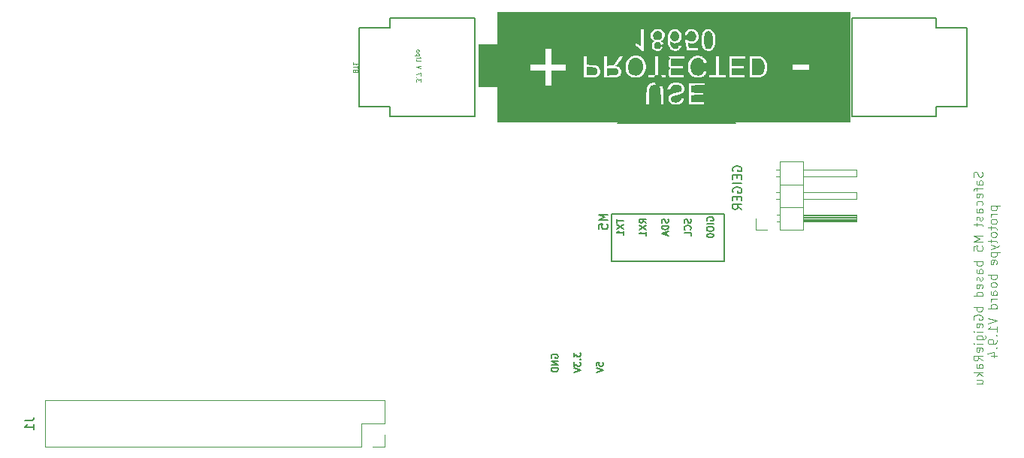
<source format=gbr>
G04 #@! TF.GenerationSoftware,KiCad,Pcbnew,5.99.0-unknown-51b9944~86~ubuntu18.04.1*
G04 #@! TF.CreationDate,2020-03-12T09:02:05+09:00*
G04 #@! TF.ProjectId,bGeigieRaku V2,62476569-6769-4655-9261-6b752056322e,rev?*
G04 #@! TF.SameCoordinates,Original*
G04 #@! TF.FileFunction,Legend,Bot*
G04 #@! TF.FilePolarity,Positive*
%FSLAX46Y46*%
G04 Gerber Fmt 4.6, Leading zero omitted, Abs format (unit mm)*
G04 Created by KiCad (PCBNEW 5.99.0-unknown-51b9944~86~ubuntu18.04.1) date 2020-03-12 09:02:05*
%MOMM*%
%LPD*%
G01*
G04 APERTURE LIST*
%ADD10C,0.100000*%
%ADD11C,0.200000*%
%ADD12C,0.150000*%
%ADD13C,0.120000*%
%ADD14C,0.203200*%
%ADD15C,0.300000*%
%ADD16C,0.050000*%
G04 APERTURE END LIST*
D10*
X208235361Y-89468666D02*
X208282980Y-89611523D01*
X208282980Y-89849619D01*
X208235361Y-89944857D01*
X208187742Y-89992476D01*
X208092504Y-90040095D01*
X207997266Y-90040095D01*
X207902028Y-89992476D01*
X207854409Y-89944857D01*
X207806790Y-89849619D01*
X207759171Y-89659142D01*
X207711552Y-89563904D01*
X207663933Y-89516285D01*
X207568695Y-89468666D01*
X207473457Y-89468666D01*
X207378219Y-89516285D01*
X207330600Y-89563904D01*
X207282980Y-89659142D01*
X207282980Y-89897238D01*
X207330600Y-90040095D01*
X208282980Y-90897238D02*
X207759171Y-90897238D01*
X207663933Y-90849619D01*
X207616314Y-90754380D01*
X207616314Y-90563904D01*
X207663933Y-90468666D01*
X208235361Y-90897238D02*
X208282980Y-90802000D01*
X208282980Y-90563904D01*
X208235361Y-90468666D01*
X208140123Y-90421047D01*
X208044885Y-90421047D01*
X207949647Y-90468666D01*
X207902028Y-90563904D01*
X207902028Y-90802000D01*
X207854409Y-90897238D01*
X207616314Y-91230571D02*
X207616314Y-91611523D01*
X208282980Y-91373428D02*
X207425838Y-91373428D01*
X207330600Y-91421047D01*
X207282980Y-91516285D01*
X207282980Y-91611523D01*
X208235361Y-92325809D02*
X208282980Y-92230571D01*
X208282980Y-92040095D01*
X208235361Y-91944857D01*
X208140123Y-91897238D01*
X207759171Y-91897238D01*
X207663933Y-91944857D01*
X207616314Y-92040095D01*
X207616314Y-92230571D01*
X207663933Y-92325809D01*
X207759171Y-92373428D01*
X207854409Y-92373428D01*
X207949647Y-91897238D01*
X208235361Y-93230571D02*
X208282980Y-93135333D01*
X208282980Y-92944857D01*
X208235361Y-92849619D01*
X208187742Y-92802000D01*
X208092504Y-92754380D01*
X207806790Y-92754380D01*
X207711552Y-92802000D01*
X207663933Y-92849619D01*
X207616314Y-92944857D01*
X207616314Y-93135333D01*
X207663933Y-93230571D01*
X208282980Y-94087714D02*
X207759171Y-94087714D01*
X207663933Y-94040095D01*
X207616314Y-93944857D01*
X207616314Y-93754380D01*
X207663933Y-93659142D01*
X208235361Y-94087714D02*
X208282980Y-93992476D01*
X208282980Y-93754380D01*
X208235361Y-93659142D01*
X208140123Y-93611523D01*
X208044885Y-93611523D01*
X207949647Y-93659142D01*
X207902028Y-93754380D01*
X207902028Y-93992476D01*
X207854409Y-94087714D01*
X208235361Y-94516285D02*
X208282980Y-94611523D01*
X208282980Y-94802000D01*
X208235361Y-94897238D01*
X208140123Y-94944857D01*
X208092504Y-94944857D01*
X207997266Y-94897238D01*
X207949647Y-94802000D01*
X207949647Y-94659142D01*
X207902028Y-94563904D01*
X207806790Y-94516285D01*
X207759171Y-94516285D01*
X207663933Y-94563904D01*
X207616314Y-94659142D01*
X207616314Y-94802000D01*
X207663933Y-94897238D01*
X207616314Y-95230571D02*
X207616314Y-95611523D01*
X207282980Y-95373428D02*
X208140123Y-95373428D01*
X208235361Y-95421047D01*
X208282980Y-95516285D01*
X208282980Y-95611523D01*
X208282980Y-96706761D02*
X207282980Y-96706761D01*
X207997266Y-97040095D01*
X207282980Y-97373428D01*
X208282980Y-97373428D01*
X207282980Y-98325809D02*
X207282980Y-97849619D01*
X207759171Y-97802000D01*
X207711552Y-97849619D01*
X207663933Y-97944857D01*
X207663933Y-98182952D01*
X207711552Y-98278190D01*
X207759171Y-98325809D01*
X207854409Y-98373428D01*
X208092504Y-98373428D01*
X208187742Y-98325809D01*
X208235361Y-98278190D01*
X208282980Y-98182952D01*
X208282980Y-97944857D01*
X208235361Y-97849619D01*
X208187742Y-97802000D01*
X208282980Y-99563904D02*
X207282980Y-99563904D01*
X207663933Y-99563904D02*
X207616314Y-99659142D01*
X207616314Y-99849619D01*
X207663933Y-99944857D01*
X207711552Y-99992476D01*
X207806790Y-100040095D01*
X208092504Y-100040095D01*
X208187742Y-99992476D01*
X208235361Y-99944857D01*
X208282980Y-99849619D01*
X208282980Y-99659142D01*
X208235361Y-99563904D01*
X208282980Y-100897238D02*
X207759171Y-100897238D01*
X207663933Y-100849619D01*
X207616314Y-100754380D01*
X207616314Y-100563904D01*
X207663933Y-100468666D01*
X208235361Y-100897238D02*
X208282980Y-100802000D01*
X208282980Y-100563904D01*
X208235361Y-100468666D01*
X208140123Y-100421047D01*
X208044885Y-100421047D01*
X207949647Y-100468666D01*
X207902028Y-100563904D01*
X207902028Y-100802000D01*
X207854409Y-100897238D01*
X208235361Y-101325809D02*
X208282980Y-101421047D01*
X208282980Y-101611523D01*
X208235361Y-101706761D01*
X208140123Y-101754380D01*
X208092504Y-101754380D01*
X207997266Y-101706761D01*
X207949647Y-101611523D01*
X207949647Y-101468666D01*
X207902028Y-101373428D01*
X207806790Y-101325809D01*
X207759171Y-101325809D01*
X207663933Y-101373428D01*
X207616314Y-101468666D01*
X207616314Y-101611523D01*
X207663933Y-101706761D01*
X208235361Y-102563904D02*
X208282980Y-102468666D01*
X208282980Y-102278190D01*
X208235361Y-102182952D01*
X208140123Y-102135333D01*
X207759171Y-102135333D01*
X207663933Y-102182952D01*
X207616314Y-102278190D01*
X207616314Y-102468666D01*
X207663933Y-102563904D01*
X207759171Y-102611523D01*
X207854409Y-102611523D01*
X207949647Y-102135333D01*
X208282980Y-103468666D02*
X207282980Y-103468666D01*
X208235361Y-103468666D02*
X208282980Y-103373428D01*
X208282980Y-103182952D01*
X208235361Y-103087714D01*
X208187742Y-103040095D01*
X208092504Y-102992476D01*
X207806790Y-102992476D01*
X207711552Y-103040095D01*
X207663933Y-103087714D01*
X207616314Y-103182952D01*
X207616314Y-103373428D01*
X207663933Y-103468666D01*
X208282980Y-104706761D02*
X207282980Y-104706761D01*
X207663933Y-104706761D02*
X207616314Y-104802000D01*
X207616314Y-104992476D01*
X207663933Y-105087714D01*
X207711552Y-105135333D01*
X207806790Y-105182952D01*
X208092504Y-105182952D01*
X208187742Y-105135333D01*
X208235361Y-105087714D01*
X208282980Y-104992476D01*
X208282980Y-104802000D01*
X208235361Y-104706761D01*
X207330600Y-106135333D02*
X207282980Y-106040095D01*
X207282980Y-105897238D01*
X207330600Y-105754380D01*
X207425838Y-105659142D01*
X207521076Y-105611523D01*
X207711552Y-105563904D01*
X207854409Y-105563904D01*
X208044885Y-105611523D01*
X208140123Y-105659142D01*
X208235361Y-105754380D01*
X208282980Y-105897238D01*
X208282980Y-105992476D01*
X208235361Y-106135333D01*
X208187742Y-106182952D01*
X207854409Y-106182952D01*
X207854409Y-105992476D01*
X208235361Y-106992476D02*
X208282980Y-106897238D01*
X208282980Y-106706761D01*
X208235361Y-106611523D01*
X208140123Y-106563904D01*
X207759171Y-106563904D01*
X207663933Y-106611523D01*
X207616314Y-106706761D01*
X207616314Y-106897238D01*
X207663933Y-106992476D01*
X207759171Y-107040095D01*
X207854409Y-107040095D01*
X207949647Y-106563904D01*
X208282980Y-107468666D02*
X207616314Y-107468666D01*
X207282980Y-107468666D02*
X207330600Y-107421047D01*
X207378219Y-107468666D01*
X207330600Y-107516285D01*
X207282980Y-107468666D01*
X207378219Y-107468666D01*
X207616314Y-108373428D02*
X208425838Y-108373428D01*
X208521076Y-108325809D01*
X208568695Y-108278190D01*
X208616314Y-108182952D01*
X208616314Y-108040095D01*
X208568695Y-107944857D01*
X208235361Y-108373428D02*
X208282980Y-108278190D01*
X208282980Y-108087714D01*
X208235361Y-107992476D01*
X208187742Y-107944857D01*
X208092504Y-107897238D01*
X207806790Y-107897238D01*
X207711552Y-107944857D01*
X207663933Y-107992476D01*
X207616314Y-108087714D01*
X207616314Y-108278190D01*
X207663933Y-108373428D01*
X208282980Y-108849619D02*
X207616314Y-108849619D01*
X207282980Y-108849619D02*
X207330600Y-108802000D01*
X207378219Y-108849619D01*
X207330600Y-108897238D01*
X207282980Y-108849619D01*
X207378219Y-108849619D01*
X208235361Y-109706761D02*
X208282980Y-109611523D01*
X208282980Y-109421047D01*
X208235361Y-109325809D01*
X208140123Y-109278190D01*
X207759171Y-109278190D01*
X207663933Y-109325809D01*
X207616314Y-109421047D01*
X207616314Y-109611523D01*
X207663933Y-109706761D01*
X207759171Y-109754380D01*
X207854409Y-109754380D01*
X207949647Y-109278190D01*
X208282980Y-110754380D02*
X207806790Y-110421047D01*
X208282980Y-110182952D02*
X207282980Y-110182952D01*
X207282980Y-110563904D01*
X207330600Y-110659142D01*
X207378219Y-110706761D01*
X207473457Y-110754380D01*
X207616314Y-110754380D01*
X207711552Y-110706761D01*
X207759171Y-110659142D01*
X207806790Y-110563904D01*
X207806790Y-110182952D01*
X208282980Y-111611523D02*
X207759171Y-111611523D01*
X207663933Y-111563904D01*
X207616314Y-111468666D01*
X207616314Y-111278190D01*
X207663933Y-111182952D01*
X208235361Y-111611523D02*
X208282980Y-111516285D01*
X208282980Y-111278190D01*
X208235361Y-111182952D01*
X208140123Y-111135333D01*
X208044885Y-111135333D01*
X207949647Y-111182952D01*
X207902028Y-111278190D01*
X207902028Y-111516285D01*
X207854409Y-111611523D01*
X208282980Y-112087714D02*
X207282980Y-112087714D01*
X207902028Y-112182952D02*
X208282980Y-112468666D01*
X207616314Y-112468666D02*
X207997266Y-112087714D01*
X207616314Y-113325809D02*
X208282980Y-113325809D01*
X207616314Y-112897238D02*
X208140123Y-112897238D01*
X208235361Y-112944857D01*
X208282980Y-113040095D01*
X208282980Y-113182952D01*
X208235361Y-113278190D01*
X208187742Y-113325809D01*
X209226314Y-93325809D02*
X210226314Y-93325809D01*
X209273933Y-93325809D02*
X209226314Y-93421047D01*
X209226314Y-93611523D01*
X209273933Y-93706761D01*
X209321552Y-93754380D01*
X209416790Y-93802000D01*
X209702504Y-93802000D01*
X209797742Y-93754380D01*
X209845361Y-93706761D01*
X209892980Y-93611523D01*
X209892980Y-93421047D01*
X209845361Y-93325809D01*
X209892980Y-94230571D02*
X209226314Y-94230571D01*
X209416790Y-94230571D02*
X209321552Y-94278190D01*
X209273933Y-94325809D01*
X209226314Y-94421047D01*
X209226314Y-94516285D01*
X209892980Y-94992476D02*
X209845361Y-94897238D01*
X209797742Y-94849619D01*
X209702504Y-94802000D01*
X209416790Y-94802000D01*
X209321552Y-94849619D01*
X209273933Y-94897238D01*
X209226314Y-94992476D01*
X209226314Y-95135333D01*
X209273933Y-95230571D01*
X209321552Y-95278190D01*
X209416790Y-95325809D01*
X209702504Y-95325809D01*
X209797742Y-95278190D01*
X209845361Y-95230571D01*
X209892980Y-95135333D01*
X209892980Y-94992476D01*
X209226314Y-95611523D02*
X209226314Y-95992476D01*
X208892980Y-95754380D02*
X209750123Y-95754380D01*
X209845361Y-95802000D01*
X209892980Y-95897238D01*
X209892980Y-95992476D01*
X209892980Y-96468666D02*
X209845361Y-96373428D01*
X209797742Y-96325809D01*
X209702504Y-96278190D01*
X209416790Y-96278190D01*
X209321552Y-96325809D01*
X209273933Y-96373428D01*
X209226314Y-96468666D01*
X209226314Y-96611523D01*
X209273933Y-96706761D01*
X209321552Y-96754380D01*
X209416790Y-96802000D01*
X209702504Y-96802000D01*
X209797742Y-96754380D01*
X209845361Y-96706761D01*
X209892980Y-96611523D01*
X209892980Y-96468666D01*
X209226314Y-97087714D02*
X209226314Y-97468666D01*
X208892980Y-97230571D02*
X209750123Y-97230571D01*
X209845361Y-97278190D01*
X209892980Y-97373428D01*
X209892980Y-97468666D01*
X209226314Y-97706761D02*
X209892980Y-97944857D01*
X209226314Y-98182952D02*
X209892980Y-97944857D01*
X210131076Y-97849619D01*
X210178695Y-97802000D01*
X210226314Y-97706761D01*
X209226314Y-98563904D02*
X210226314Y-98563904D01*
X209273933Y-98563904D02*
X209226314Y-98659142D01*
X209226314Y-98849619D01*
X209273933Y-98944857D01*
X209321552Y-98992476D01*
X209416790Y-99040095D01*
X209702504Y-99040095D01*
X209797742Y-98992476D01*
X209845361Y-98944857D01*
X209892980Y-98849619D01*
X209892980Y-98659142D01*
X209845361Y-98563904D01*
X209845361Y-99849619D02*
X209892980Y-99754380D01*
X209892980Y-99563904D01*
X209845361Y-99468666D01*
X209750123Y-99421047D01*
X209369171Y-99421047D01*
X209273933Y-99468666D01*
X209226314Y-99563904D01*
X209226314Y-99754380D01*
X209273933Y-99849619D01*
X209369171Y-99897238D01*
X209464409Y-99897238D01*
X209559647Y-99421047D01*
X209892980Y-101087714D02*
X208892980Y-101087714D01*
X209273933Y-101087714D02*
X209226314Y-101182952D01*
X209226314Y-101373428D01*
X209273933Y-101468666D01*
X209321552Y-101516285D01*
X209416790Y-101563904D01*
X209702504Y-101563904D01*
X209797742Y-101516285D01*
X209845361Y-101468666D01*
X209892980Y-101373428D01*
X209892980Y-101182952D01*
X209845361Y-101087714D01*
X209892980Y-102135333D02*
X209845361Y-102040095D01*
X209797742Y-101992476D01*
X209702504Y-101944857D01*
X209416790Y-101944857D01*
X209321552Y-101992476D01*
X209273933Y-102040095D01*
X209226314Y-102135333D01*
X209226314Y-102278190D01*
X209273933Y-102373428D01*
X209321552Y-102421047D01*
X209416790Y-102468666D01*
X209702504Y-102468666D01*
X209797742Y-102421047D01*
X209845361Y-102373428D01*
X209892980Y-102278190D01*
X209892980Y-102135333D01*
X209892980Y-103325809D02*
X209369171Y-103325809D01*
X209273933Y-103278190D01*
X209226314Y-103182952D01*
X209226314Y-102992476D01*
X209273933Y-102897238D01*
X209845361Y-103325809D02*
X209892980Y-103230571D01*
X209892980Y-102992476D01*
X209845361Y-102897238D01*
X209750123Y-102849619D01*
X209654885Y-102849619D01*
X209559647Y-102897238D01*
X209512028Y-102992476D01*
X209512028Y-103230571D01*
X209464409Y-103325809D01*
X209892980Y-103802000D02*
X209226314Y-103802000D01*
X209416790Y-103802000D02*
X209321552Y-103849619D01*
X209273933Y-103897238D01*
X209226314Y-103992476D01*
X209226314Y-104087714D01*
X209892980Y-104849619D02*
X208892980Y-104849619D01*
X209845361Y-104849619D02*
X209892980Y-104754380D01*
X209892980Y-104563904D01*
X209845361Y-104468666D01*
X209797742Y-104421047D01*
X209702504Y-104373428D01*
X209416790Y-104373428D01*
X209321552Y-104421047D01*
X209273933Y-104468666D01*
X209226314Y-104563904D01*
X209226314Y-104754380D01*
X209273933Y-104849619D01*
X208892980Y-105944857D02*
X209892980Y-106278190D01*
X208892980Y-106611523D01*
X209892980Y-107468666D02*
X209892980Y-106897238D01*
X209892980Y-107182952D02*
X208892980Y-107182952D01*
X209035838Y-107087714D01*
X209131076Y-106992476D01*
X209178695Y-106897238D01*
X209797742Y-107897238D02*
X209845361Y-107944857D01*
X209892980Y-107897238D01*
X209845361Y-107849619D01*
X209797742Y-107897238D01*
X209892980Y-107897238D01*
X209892980Y-108421047D02*
X209892980Y-108611523D01*
X209845361Y-108706761D01*
X209797742Y-108754380D01*
X209654885Y-108849619D01*
X209464409Y-108897238D01*
X209083457Y-108897238D01*
X208988219Y-108849619D01*
X208940600Y-108802000D01*
X208892980Y-108706761D01*
X208892980Y-108516285D01*
X208940600Y-108421047D01*
X208988219Y-108373428D01*
X209083457Y-108325809D01*
X209321552Y-108325809D01*
X209416790Y-108373428D01*
X209464409Y-108421047D01*
X209512028Y-108516285D01*
X209512028Y-108706761D01*
X209464409Y-108802000D01*
X209416790Y-108849619D01*
X209321552Y-108897238D01*
X209797742Y-109325809D02*
X209845361Y-109373428D01*
X209892980Y-109325809D01*
X209845361Y-109278190D01*
X209797742Y-109325809D01*
X209892980Y-109325809D01*
X209226314Y-110230571D02*
X209892980Y-110230571D01*
X208845361Y-109992476D02*
X209559647Y-109754380D01*
X209559647Y-110373428D01*
D11*
X166471600Y-94182000D02*
X166471600Y-99516000D01*
X166471600Y-99516000D02*
X179171600Y-99516000D01*
X179171600Y-99516000D02*
X179171600Y-94182000D01*
X179171600Y-94182000D02*
X166471600Y-94182000D01*
D12*
X167076885Y-94777428D02*
X167076885Y-95206000D01*
X167826885Y-94991714D02*
X167076885Y-94991714D01*
X167076885Y-95384571D02*
X167826885Y-95884571D01*
X167076885Y-95884571D02*
X167826885Y-95384571D01*
X167826885Y-96563142D02*
X167826885Y-96134571D01*
X167826885Y-96348857D02*
X167076885Y-96348857D01*
X167184028Y-96277428D01*
X167255457Y-96206000D01*
X167291171Y-96134571D01*
X170366885Y-95223857D02*
X170009742Y-94973857D01*
X170366885Y-94795285D02*
X169616885Y-94795285D01*
X169616885Y-95081000D01*
X169652600Y-95152428D01*
X169688314Y-95188142D01*
X169759742Y-95223857D01*
X169866885Y-95223857D01*
X169938314Y-95188142D01*
X169974028Y-95152428D01*
X170009742Y-95081000D01*
X170009742Y-94795285D01*
X169616885Y-95473857D02*
X170366885Y-95973857D01*
X169616885Y-95973857D02*
X170366885Y-95473857D01*
X170366885Y-96652428D02*
X170366885Y-96223857D01*
X170366885Y-96438142D02*
X169616885Y-96438142D01*
X169724028Y-96366714D01*
X169795457Y-96295285D01*
X169831171Y-96223857D01*
X172871171Y-94795284D02*
X172906885Y-94902427D01*
X172906885Y-95080999D01*
X172871171Y-95152427D01*
X172835457Y-95188141D01*
X172764028Y-95223856D01*
X172692600Y-95223856D01*
X172621171Y-95188141D01*
X172585457Y-95152427D01*
X172549742Y-95080999D01*
X172514028Y-94938141D01*
X172478314Y-94866713D01*
X172442600Y-94830999D01*
X172371171Y-94795284D01*
X172299742Y-94795284D01*
X172228314Y-94830999D01*
X172192600Y-94866713D01*
X172156885Y-94938141D01*
X172156885Y-95116713D01*
X172192600Y-95223856D01*
X172906885Y-95545284D02*
X172156885Y-95545284D01*
X172156885Y-95723856D01*
X172192600Y-95830999D01*
X172264028Y-95902427D01*
X172335457Y-95938141D01*
X172478314Y-95973856D01*
X172585457Y-95973856D01*
X172728314Y-95938141D01*
X172799742Y-95902427D01*
X172871171Y-95830999D01*
X172906885Y-95723856D01*
X172906885Y-95545284D01*
X172692600Y-96259570D02*
X172692600Y-96616713D01*
X172906885Y-96188141D02*
X172156885Y-96438141D01*
X172906885Y-96688141D01*
X175411171Y-94813141D02*
X175446885Y-94920284D01*
X175446885Y-95098856D01*
X175411171Y-95170284D01*
X175375457Y-95205999D01*
X175304028Y-95241713D01*
X175232600Y-95241713D01*
X175161171Y-95205999D01*
X175125457Y-95170284D01*
X175089742Y-95098856D01*
X175054028Y-94955999D01*
X175018314Y-94884570D01*
X174982600Y-94848856D01*
X174911171Y-94813141D01*
X174839742Y-94813141D01*
X174768314Y-94848856D01*
X174732600Y-94884570D01*
X174696885Y-94955999D01*
X174696885Y-95134570D01*
X174732600Y-95241713D01*
X175375457Y-95991713D02*
X175411171Y-95955999D01*
X175446885Y-95848856D01*
X175446885Y-95777427D01*
X175411171Y-95670284D01*
X175339742Y-95598856D01*
X175268314Y-95563141D01*
X175125457Y-95527427D01*
X175018314Y-95527427D01*
X174875457Y-95563141D01*
X174804028Y-95598856D01*
X174732600Y-95670284D01*
X174696885Y-95777427D01*
X174696885Y-95848856D01*
X174732600Y-95955999D01*
X174768314Y-95991713D01*
X175446885Y-96670284D02*
X175446885Y-96313141D01*
X174696885Y-96313141D01*
X177272600Y-94973856D02*
X177236885Y-94902427D01*
X177236885Y-94795284D01*
X177272600Y-94688141D01*
X177344028Y-94616713D01*
X177415457Y-94580999D01*
X177558314Y-94545284D01*
X177665457Y-94545284D01*
X177808314Y-94580999D01*
X177879742Y-94616713D01*
X177951171Y-94688141D01*
X177986885Y-94795284D01*
X177986885Y-94866713D01*
X177951171Y-94973856D01*
X177915457Y-95009570D01*
X177665457Y-95009570D01*
X177665457Y-94866713D01*
X177986885Y-95330999D02*
X177236885Y-95330999D01*
X177236885Y-95830999D02*
X177236885Y-95973856D01*
X177272600Y-96045284D01*
X177344028Y-96116713D01*
X177486885Y-96152427D01*
X177736885Y-96152427D01*
X177879742Y-96116713D01*
X177951171Y-96045284D01*
X177986885Y-95973856D01*
X177986885Y-95830999D01*
X177951171Y-95759570D01*
X177879742Y-95688141D01*
X177736885Y-95652427D01*
X177486885Y-95652427D01*
X177344028Y-95688141D01*
X177272600Y-95759570D01*
X177236885Y-95830999D01*
X177236885Y-96616713D02*
X177236885Y-96688141D01*
X177272600Y-96759570D01*
X177308314Y-96795284D01*
X177379742Y-96830999D01*
X177522600Y-96866713D01*
X177701171Y-96866713D01*
X177844028Y-96830999D01*
X177915457Y-96795284D01*
X177951171Y-96759570D01*
X177986885Y-96688141D01*
X177986885Y-96616713D01*
X177951171Y-96545284D01*
X177915457Y-96509570D01*
X177844028Y-96473856D01*
X177701171Y-96438141D01*
X177522600Y-96438141D01*
X177379742Y-96473856D01*
X177308314Y-96509570D01*
X177272600Y-96545284D01*
X177236885Y-96616713D01*
X166034980Y-94261476D02*
X165034980Y-94261476D01*
X165749266Y-94594809D01*
X165034980Y-94928142D01*
X166034980Y-94928142D01*
X165034980Y-95880523D02*
X165034980Y-95404333D01*
X165511171Y-95356714D01*
X165463552Y-95404333D01*
X165415933Y-95499571D01*
X165415933Y-95737666D01*
X165463552Y-95832904D01*
X165511171Y-95880523D01*
X165606409Y-95928142D01*
X165844504Y-95928142D01*
X165939742Y-95880523D01*
X165987361Y-95832904D01*
X166034980Y-95737666D01*
X166034980Y-95499571D01*
X165987361Y-95404333D01*
X165939742Y-95356714D01*
X159746600Y-110445998D02*
X159710885Y-110374569D01*
X159710885Y-110267427D01*
X159746600Y-110160284D01*
X159818028Y-110088855D01*
X159889457Y-110053141D01*
X160032314Y-110017427D01*
X160139457Y-110017427D01*
X160282314Y-110053141D01*
X160353742Y-110088855D01*
X160425171Y-110160284D01*
X160460885Y-110267427D01*
X160460885Y-110338855D01*
X160425171Y-110445998D01*
X160389457Y-110481712D01*
X160139457Y-110481712D01*
X160139457Y-110338855D01*
X160460885Y-110803141D02*
X159710885Y-110803141D01*
X160460885Y-111231712D01*
X159710885Y-111231712D01*
X160460885Y-111588855D02*
X159710885Y-111588855D01*
X159710885Y-111767427D01*
X159746600Y-111874569D01*
X159818028Y-111945998D01*
X159889457Y-111981712D01*
X160032314Y-112017427D01*
X160139457Y-112017427D01*
X160282314Y-111981712D01*
X160353742Y-111945998D01*
X160425171Y-111874569D01*
X160460885Y-111767427D01*
X160460885Y-111588855D01*
X162250885Y-109838855D02*
X162250885Y-110303140D01*
X162536600Y-110053140D01*
X162536600Y-110160283D01*
X162572314Y-110231712D01*
X162608028Y-110267426D01*
X162679457Y-110303140D01*
X162858028Y-110303140D01*
X162929457Y-110267426D01*
X162965171Y-110231712D01*
X163000885Y-110160283D01*
X163000885Y-109945998D01*
X162965171Y-109874569D01*
X162929457Y-109838855D01*
X162929457Y-110624569D02*
X162965171Y-110660283D01*
X163000885Y-110624569D01*
X162965171Y-110588855D01*
X162929457Y-110624569D01*
X163000885Y-110624569D01*
X162250885Y-110910283D02*
X162250885Y-111374569D01*
X162536600Y-111124569D01*
X162536600Y-111231712D01*
X162572314Y-111303140D01*
X162608028Y-111338855D01*
X162679457Y-111374569D01*
X162858028Y-111374569D01*
X162929457Y-111338855D01*
X162965171Y-111303140D01*
X163000885Y-111231712D01*
X163000885Y-111017426D01*
X162965171Y-110945998D01*
X162929457Y-110910283D01*
X162250885Y-111588855D02*
X163000885Y-111838855D01*
X162250885Y-112088855D01*
X164790885Y-111338854D02*
X164790885Y-110981712D01*
X165148028Y-110945997D01*
X165112314Y-110981712D01*
X165076600Y-111053140D01*
X165076600Y-111231712D01*
X165112314Y-111303140D01*
X165148028Y-111338854D01*
X165219457Y-111374569D01*
X165398028Y-111374569D01*
X165469457Y-111338854D01*
X165505171Y-111303140D01*
X165540885Y-111231712D01*
X165540885Y-111053140D01*
X165505171Y-110981712D01*
X165469457Y-110945997D01*
X164790885Y-111588854D02*
X165540885Y-111838854D01*
X164790885Y-112088854D01*
G36*
X180432236Y-83878945D02*
G01*
X180519014Y-83963786D01*
X180605791Y-84048626D01*
X166959247Y-84048626D01*
X167046024Y-83963786D01*
X167132802Y-83878945D01*
X166308158Y-83878143D01*
X163965874Y-83875866D01*
X160368143Y-83872369D01*
X159738120Y-83871756D01*
X153603485Y-83865793D01*
X153603485Y-81855821D01*
X170414996Y-81855821D01*
X170725206Y-81855821D01*
X170733256Y-80931802D01*
X170733839Y-80866012D01*
X170736182Y-80632025D01*
X170738734Y-80443641D01*
X170741788Y-80295569D01*
X170745636Y-80182517D01*
X170750569Y-80099193D01*
X170756879Y-80040305D01*
X170764858Y-80000562D01*
X170774797Y-79974672D01*
X170786990Y-79957342D01*
X170816603Y-79917953D01*
X170832673Y-79879029D01*
X170836230Y-79868106D01*
X170867783Y-79826029D01*
X170921366Y-79773284D01*
X170939046Y-79759058D01*
X171050095Y-79702001D01*
X171192026Y-79665583D01*
X171350425Y-79650396D01*
X171510880Y-79657030D01*
X171658978Y-79686074D01*
X171780304Y-79738119D01*
X171823483Y-79768345D01*
X171876327Y-79820259D01*
X171919841Y-79886857D01*
X171954859Y-79972822D01*
X171982215Y-80082836D01*
X172002744Y-80221581D01*
X172017281Y-80393739D01*
X172026660Y-80603993D01*
X172031715Y-80857025D01*
X172033281Y-81157517D01*
X172033495Y-81855821D01*
X172325265Y-81855821D01*
X172313664Y-80948678D01*
X172311883Y-80817565D01*
X172307911Y-80581559D01*
X172303363Y-80390221D01*
X172297988Y-80238462D01*
X172291534Y-80121190D01*
X172290754Y-80112384D01*
X172790535Y-80112384D01*
X172792653Y-80144741D01*
X172808370Y-80169655D01*
X172850596Y-80182160D01*
X172932170Y-80189222D01*
X173073804Y-80198164D01*
X173089867Y-80090759D01*
X173092986Y-80073443D01*
X173142486Y-79954962D01*
X173233936Y-79846697D01*
X173358408Y-79755410D01*
X173506975Y-79687864D01*
X173670708Y-79650821D01*
X173686287Y-79649181D01*
X173810661Y-79645704D01*
X173940018Y-79655846D01*
X174060097Y-79677176D01*
X174156635Y-79707263D01*
X174215371Y-79743674D01*
X174251582Y-79775841D01*
X174290407Y-79793539D01*
X174293893Y-79793994D01*
X174325633Y-79822240D01*
X174362793Y-79883258D01*
X174398208Y-79961502D01*
X174424713Y-80041430D01*
X174435140Y-80107495D01*
X174435140Y-80107859D01*
X174428267Y-80162431D01*
X174411865Y-80185112D01*
X174393682Y-80198198D01*
X174372527Y-80243847D01*
X174336410Y-80307052D01*
X174255833Y-80375246D01*
X174143834Y-80432724D01*
X174011449Y-80472497D01*
X173932008Y-80490403D01*
X173859507Y-80510162D01*
X173821676Y-80524922D01*
X173804589Y-80532406D01*
X173743511Y-80551440D01*
X173651558Y-80576239D01*
X173541049Y-80603360D01*
X173467474Y-80621489D01*
X173374157Y-80647516D01*
X173310237Y-80669278D01*
X173286527Y-80683376D01*
X173273308Y-80700194D01*
X173227791Y-80721531D01*
X173147162Y-80756366D01*
X173038740Y-80845053D01*
X172958175Y-80966759D01*
X172909249Y-81112597D01*
X172895746Y-81273678D01*
X172921451Y-81441115D01*
X172921529Y-81441396D01*
X172964755Y-81527621D01*
X173041951Y-81622586D01*
X173139541Y-81713620D01*
X173243947Y-81788052D01*
X173341591Y-81833211D01*
X173353413Y-81836485D01*
X173469119Y-81856683D01*
X173613881Y-81867276D01*
X173771577Y-81868541D01*
X173926085Y-81860755D01*
X173966365Y-81855821D01*
X175166075Y-81855821D01*
X176941204Y-81855821D01*
X176941204Y-81594772D01*
X175477973Y-81594772D01*
X175485179Y-81196674D01*
X175492385Y-80798575D01*
X176164585Y-80791608D01*
X176836784Y-80784641D01*
X176836784Y-80551461D01*
X176164585Y-80544494D01*
X175492385Y-80537527D01*
X175492385Y-79702172D01*
X176242899Y-79695246D01*
X176993413Y-79688319D01*
X176993413Y-79454176D01*
X175166075Y-79454176D01*
X175166075Y-81855821D01*
X173966365Y-81855821D01*
X174061279Y-81844195D01*
X174161039Y-81819139D01*
X174210556Y-81798278D01*
X174277766Y-81762417D01*
X174313249Y-81732851D01*
X174341535Y-81704140D01*
X174398558Y-81672108D01*
X174443518Y-81643353D01*
X174485631Y-81586239D01*
X174507741Y-81541431D01*
X174550708Y-81482934D01*
X174561011Y-81469789D01*
X174589266Y-81406592D01*
X174608182Y-81325680D01*
X174624031Y-81210051D01*
X174503557Y-81191985D01*
X174420477Y-81182530D01*
X174366502Y-81190168D01*
X174337593Y-81223478D01*
X174320319Y-81289619D01*
X174310098Y-81324762D01*
X174275306Y-81396770D01*
X174228594Y-81467419D01*
X174180844Y-81521190D01*
X174142940Y-81542563D01*
X174131622Y-81544764D01*
X174081049Y-81563377D01*
X174011298Y-81594772D01*
X173960615Y-81613735D01*
X173869063Y-81634097D01*
X173768282Y-81645861D01*
X173673279Y-81648159D01*
X173599059Y-81640121D01*
X173560628Y-81620877D01*
X173542288Y-81606204D01*
X173491244Y-81594772D01*
X173481100Y-81594463D01*
X173385821Y-81569156D01*
X173293051Y-81513097D01*
X173226644Y-81440220D01*
X173213093Y-81411807D01*
X173191023Y-81324141D01*
X173183669Y-81224567D01*
X173191646Y-81133558D01*
X173215569Y-81071588D01*
X173232909Y-81052178D01*
X173291044Y-81007276D01*
X173376986Y-80963196D01*
X173496653Y-80917558D01*
X173655962Y-80867981D01*
X173860834Y-80812085D01*
X173937012Y-80792039D01*
X174097672Y-80747420D01*
X174220845Y-80707930D01*
X174316219Y-80669296D01*
X174393485Y-80627243D01*
X174462331Y-80577495D01*
X174532447Y-80515779D01*
X174613586Y-80409171D01*
X174667770Y-80269196D01*
X174689357Y-80113413D01*
X174676453Y-79955934D01*
X174643978Y-79860359D01*
X174627162Y-79810869D01*
X174612019Y-79784033D01*
X174537618Y-79687859D01*
X174440474Y-79595447D01*
X174336672Y-79520725D01*
X174242301Y-79477622D01*
X174217052Y-79470165D01*
X174151519Y-79443853D01*
X174116288Y-79418844D01*
X174108448Y-79413158D01*
X174058453Y-79401922D01*
X173974626Y-79394493D01*
X173869244Y-79390771D01*
X173754587Y-79390657D01*
X173642933Y-79394050D01*
X173546560Y-79400851D01*
X173477747Y-79410959D01*
X173448773Y-79424275D01*
X173436792Y-79439777D01*
X173392090Y-79454176D01*
X173354741Y-79459258D01*
X173275529Y-79485562D01*
X173190353Y-79526026D01*
X173117964Y-79571259D01*
X173077117Y-79611873D01*
X173053546Y-79642349D01*
X173013126Y-79663015D01*
X173007036Y-79664918D01*
X172974661Y-79698442D01*
X172930932Y-79765150D01*
X172883520Y-79853751D01*
X172873790Y-79874083D01*
X172831488Y-79972187D01*
X172801761Y-80057115D01*
X172790535Y-80112384D01*
X172290754Y-80112384D01*
X172283750Y-80033318D01*
X172274385Y-79969755D01*
X172263189Y-79925411D01*
X172250005Y-79889796D01*
X172219776Y-79828145D01*
X172194167Y-79799238D01*
X172183717Y-79793672D01*
X172164020Y-79755779D01*
X172146877Y-79720661D01*
X172099211Y-79664907D01*
X172033740Y-79601440D01*
X171963256Y-79541795D01*
X171900547Y-79497509D01*
X171858406Y-79480120D01*
X171856849Y-79480093D01*
X171801004Y-79466838D01*
X171733290Y-79436724D01*
X171708702Y-79426907D01*
X171630468Y-79410703D01*
X171524129Y-79399077D01*
X171403004Y-79392339D01*
X171280411Y-79390800D01*
X171169672Y-79394771D01*
X171084104Y-79404562D01*
X171037027Y-79420485D01*
X171027186Y-79427238D01*
X170970528Y-79454170D01*
X170895054Y-79480625D01*
X170889940Y-79482181D01*
X170760159Y-79548674D01*
X170645220Y-79658552D01*
X170550155Y-79804170D01*
X170479997Y-79977887D01*
X170439779Y-80172059D01*
X170433421Y-80251967D01*
X170427548Y-80376231D01*
X170422546Y-80534303D01*
X170418659Y-80716883D01*
X170416128Y-80914669D01*
X170415194Y-81118359D01*
X170414996Y-81855821D01*
X153603485Y-81855821D01*
X153603485Y-79950168D01*
X152593605Y-79950168D01*
X152415528Y-79950148D01*
X152191766Y-79949918D01*
X152011607Y-79949205D01*
X151869913Y-79947736D01*
X151761543Y-79945239D01*
X151681358Y-79941442D01*
X151624218Y-79936072D01*
X151584982Y-79928856D01*
X151558512Y-79919522D01*
X151539667Y-79907797D01*
X151523307Y-79893408D01*
X151462889Y-79836648D01*
X151462889Y-77339685D01*
X157362581Y-77339685D01*
X157362581Y-78018411D01*
X159033290Y-78018411D01*
X159033290Y-79715225D01*
X159738120Y-79715225D01*
X159738120Y-78018411D01*
X161356620Y-78018411D01*
X161356620Y-77339685D01*
X159738120Y-77339685D01*
X159738120Y-76399911D01*
X163366692Y-76399911D01*
X163366692Y-78827660D01*
X163965874Y-78827660D01*
X164055468Y-78827381D01*
X164223995Y-78825298D01*
X164373513Y-78821445D01*
X164495724Y-78816141D01*
X164582326Y-78809702D01*
X164625021Y-78802447D01*
X164638129Y-78797260D01*
X164710423Y-78773175D01*
X164794744Y-78749551D01*
X164908322Y-78704714D01*
X165027878Y-78609958D01*
X165130856Y-78467883D01*
X165154275Y-78424679D01*
X165184136Y-78349346D01*
X165199215Y-78264509D01*
X165204409Y-78148935D01*
X165203297Y-78044080D01*
X165192344Y-77959000D01*
X165165736Y-77878094D01*
X165117786Y-77776941D01*
X165109799Y-77761424D01*
X165063290Y-77679888D01*
X165022890Y-77622456D01*
X164996581Y-77600733D01*
X164981829Y-77597355D01*
X164950853Y-77564720D01*
X164926942Y-77531996D01*
X164864087Y-77496810D01*
X164762078Y-77468668D01*
X164617701Y-77446964D01*
X164427744Y-77431088D01*
X164188994Y-77420432D01*
X163693002Y-77404947D01*
X163678822Y-76399911D01*
X165663917Y-76399911D01*
X165663917Y-78827660D01*
X166308158Y-78827660D01*
X166530193Y-78826433D01*
X166723051Y-78822716D01*
X166875959Y-78816672D01*
X166984840Y-78808463D01*
X167045619Y-78798252D01*
X167151966Y-78764174D01*
X167251348Y-78728937D01*
X167320894Y-78696575D01*
X167371920Y-78660351D01*
X167415739Y-78613529D01*
X167463668Y-78549373D01*
X167521658Y-78454791D01*
X167580921Y-78286941D01*
X167589016Y-78116566D01*
X167546013Y-77948273D01*
X167451982Y-77786668D01*
X167389153Y-77712940D01*
X167313081Y-77654135D01*
X167214278Y-77611642D01*
X167154634Y-77589405D01*
X167138644Y-77581913D01*
X168052467Y-77581913D01*
X168057792Y-77752976D01*
X168076165Y-77900939D01*
X168112325Y-78049077D01*
X168205133Y-78277761D01*
X168336538Y-78471450D01*
X168506946Y-78630691D01*
X168716768Y-78756028D01*
X168746705Y-78770023D01*
X168819328Y-78800866D01*
X168885223Y-78820588D01*
X168959124Y-78831768D01*
X169055761Y-78836982D01*
X169189870Y-78838810D01*
X169253001Y-78838955D01*
X169378339Y-78836429D01*
X169468831Y-78828639D01*
X169536781Y-78814147D01*
X169594494Y-78791515D01*
X169608763Y-78784685D01*
X169702111Y-78740372D01*
X169787847Y-78700148D01*
X169878557Y-78646630D01*
X169969143Y-78566612D01*
X170623835Y-78566612D01*
X170623835Y-78827660D01*
X172555592Y-78827660D01*
X172894955Y-78827660D01*
X174643978Y-78827660D01*
X174643978Y-78566612D01*
X173208213Y-78566612D01*
X173208213Y-77783467D01*
X174539559Y-77783467D01*
X174539559Y-77727644D01*
X175095616Y-77727644D01*
X175099836Y-77783467D01*
X175100234Y-77785185D01*
X175109358Y-77832426D01*
X175123577Y-77913492D01*
X175139989Y-78011884D01*
X175142349Y-78026054D01*
X175159781Y-78114800D01*
X175176623Y-78177427D01*
X175189527Y-78201144D01*
X175195722Y-78204456D01*
X175221497Y-78240223D01*
X175253008Y-78302619D01*
X175303936Y-78388204D01*
X175384744Y-78488175D01*
X175480290Y-78585494D01*
X175576731Y-78666108D01*
X175660223Y-78715965D01*
X175661560Y-78716515D01*
X175753760Y-78756126D01*
X175844801Y-78797517D01*
X175853603Y-78801361D01*
X175936740Y-78823096D01*
X176050673Y-78837209D01*
X176181656Y-78843745D01*
X176315940Y-78842750D01*
X176439778Y-78834269D01*
X176539421Y-78818347D01*
X176601123Y-78795029D01*
X176658054Y-78763954D01*
X176714157Y-78749346D01*
X176743405Y-78741875D01*
X176808866Y-78698846D01*
X176886821Y-78626394D01*
X176940418Y-78566612D01*
X177463300Y-78566612D01*
X177463300Y-78827660D01*
X179368953Y-78827660D01*
X179368953Y-78566612D01*
X178559703Y-78566612D01*
X178559703Y-76399911D01*
X179760525Y-76399911D01*
X179760525Y-78827660D01*
X181509549Y-78827660D01*
X181509549Y-78566612D01*
X180073783Y-78566612D01*
X180073783Y-77783467D01*
X181405130Y-77783467D01*
X181405130Y-77522419D01*
X180073783Y-77522419D01*
X180073783Y-76660959D01*
X181561759Y-76660959D01*
X181561759Y-76399911D01*
X179760525Y-76399911D01*
X178559703Y-76399911D01*
X178272550Y-76399911D01*
X178272550Y-78566612D01*
X177463300Y-78566612D01*
X176940418Y-78566612D01*
X176969046Y-78534682D01*
X177047316Y-78433873D01*
X177113405Y-78334129D01*
X177159091Y-78245614D01*
X177176147Y-78178489D01*
X177163427Y-78168605D01*
X177111778Y-78151380D01*
X177033952Y-78134114D01*
X176891756Y-78108065D01*
X176849981Y-78217451D01*
X176821263Y-78273658D01*
X176758967Y-78361466D01*
X176684933Y-78442145D01*
X176590513Y-78515683D01*
X176441267Y-78582563D01*
X176268111Y-78607755D01*
X176065694Y-78592558D01*
X176052894Y-78590460D01*
X175884103Y-78548711D01*
X175750272Y-78481645D01*
X175638158Y-78380370D01*
X175534514Y-78235995D01*
X175481558Y-78130154D01*
X175430303Y-77949829D01*
X175406725Y-77731326D01*
X175410273Y-77471265D01*
X175415419Y-77393548D01*
X175426632Y-77281359D01*
X175443145Y-77196353D01*
X175468614Y-77122285D01*
X175506694Y-77042912D01*
X175541036Y-76980061D01*
X175613105Y-76871931D01*
X175694596Y-76788286D01*
X175796102Y-76721353D01*
X175928213Y-76663363D01*
X176101524Y-76606545D01*
X176153399Y-76592790D01*
X176217281Y-76586990D01*
X176264325Y-76603845D01*
X176299327Y-76621878D01*
X176346964Y-76635000D01*
X176439039Y-76648678D01*
X176566115Y-76703275D01*
X176686066Y-76790313D01*
X176785905Y-76899855D01*
X176852643Y-77021960D01*
X176876038Y-77083677D01*
X176910618Y-77153934D01*
X176949311Y-77187232D01*
X177004581Y-77191662D01*
X177088896Y-77175318D01*
X177223536Y-77143899D01*
X177160073Y-76986123D01*
X177116333Y-76895745D01*
X177039133Y-76774714D01*
X176948835Y-76661441D01*
X176856457Y-76569422D01*
X176773021Y-76512150D01*
X176698300Y-76475478D01*
X176614893Y-76431991D01*
X176600583Y-76425324D01*
X176517905Y-76403303D01*
X176468645Y-76396496D01*
X182031645Y-76396496D01*
X182031645Y-78827660D01*
X182593254Y-78827660D01*
X182651884Y-78827535D01*
X182815760Y-78825810D01*
X182960895Y-78822312D01*
X183078923Y-78817363D01*
X183161477Y-78811283D01*
X183200191Y-78804393D01*
X183236116Y-78789626D01*
X183311296Y-78764073D01*
X183402149Y-78736653D01*
X183463951Y-78717099D01*
X183543342Y-78680316D01*
X183617263Y-78625649D01*
X183704133Y-78541174D01*
X183759244Y-78479793D01*
X183843550Y-78365614D01*
X183897062Y-78263025D01*
X183915102Y-78216638D01*
X183944726Y-78147775D01*
X183965244Y-78109304D01*
X183969394Y-78101044D01*
X183983819Y-78048702D01*
X184000698Y-77963370D01*
X184017181Y-77858786D01*
X184028596Y-77730386D01*
X184030902Y-77584562D01*
X184024836Y-77436341D01*
X184017885Y-77365790D01*
X186887144Y-77365790D01*
X186887144Y-77940096D01*
X188714482Y-77940096D01*
X188714482Y-77365790D01*
X186887144Y-77365790D01*
X184017885Y-77365790D01*
X184011336Y-77299322D01*
X183991339Y-77187107D01*
X183965784Y-77113296D01*
X183951181Y-77084390D01*
X183918865Y-77013404D01*
X183882649Y-76928261D01*
X183876797Y-76914973D01*
X183828006Y-76832469D01*
X183758497Y-76741853D01*
X183678228Y-76653419D01*
X183597158Y-76577463D01*
X183525246Y-76524282D01*
X183472449Y-76504170D01*
X183470288Y-76504113D01*
X183416320Y-76490106D01*
X183349939Y-76458941D01*
X183349912Y-76458925D01*
X183317949Y-76444234D01*
X183274778Y-76432758D01*
X183213567Y-76423970D01*
X183127480Y-76417345D01*
X183009685Y-76412356D01*
X182853348Y-76408478D01*
X182651635Y-76405185D01*
X182031645Y-76396496D01*
X176468645Y-76396496D01*
X176402008Y-76387288D01*
X176267748Y-76377995D01*
X176184163Y-76376870D01*
X176129978Y-76376141D01*
X176003551Y-76382444D01*
X175903321Y-76397622D01*
X175814327Y-76423046D01*
X175618191Y-76514015D01*
X175445016Y-76649976D01*
X175413842Y-76682365D01*
X175341696Y-76772081D01*
X175279095Y-76868298D01*
X175234977Y-76956361D01*
X175218285Y-77021617D01*
X175216955Y-77032016D01*
X175195576Y-77052532D01*
X175182555Y-77067961D01*
X175162714Y-77122425D01*
X175143463Y-77202635D01*
X175130367Y-77281687D01*
X175116144Y-77397156D01*
X175104875Y-77519778D01*
X175097664Y-77634844D01*
X175095616Y-77727644D01*
X174539559Y-77727644D01*
X174539559Y-77522419D01*
X173208213Y-77522419D01*
X173208213Y-76660959D01*
X174696188Y-76660959D01*
X174696188Y-76399911D01*
X172894955Y-76399911D01*
X172894955Y-78827660D01*
X172555592Y-78827660D01*
X172555592Y-78567938D01*
X171733290Y-78553560D01*
X171726474Y-77476735D01*
X171719658Y-76399911D01*
X171406979Y-76399911D01*
X171406979Y-78566612D01*
X170623835Y-78566612D01*
X169969143Y-78566612D01*
X170007635Y-78532611D01*
X170123041Y-78387911D01*
X170215108Y-78225306D01*
X170274168Y-78057568D01*
X170274739Y-78055159D01*
X170299479Y-77957828D01*
X170322942Y-77876838D01*
X170340120Y-77829505D01*
X170342160Y-77824850D01*
X170353496Y-77770743D01*
X170360186Y-77689272D01*
X170362222Y-77596309D01*
X170359596Y-77507728D01*
X170352300Y-77439401D01*
X170340327Y-77407200D01*
X170333778Y-77399364D01*
X170316444Y-77351634D01*
X170302217Y-77279133D01*
X170296445Y-77242889D01*
X170271180Y-77131616D01*
X170237192Y-77021042D01*
X170200135Y-76928119D01*
X170165666Y-76869798D01*
X170110375Y-76808173D01*
X170101738Y-76799238D01*
X169968960Y-76661895D01*
X169842000Y-76552698D01*
X169719843Y-76475200D01*
X169592836Y-76424018D01*
X169451328Y-76393769D01*
X169285667Y-76379072D01*
X169275449Y-76378605D01*
X169116178Y-76377672D01*
X168967588Y-76387764D01*
X168840005Y-76407330D01*
X168743756Y-76434819D01*
X168689167Y-76468680D01*
X168670404Y-76486013D01*
X168625107Y-76504331D01*
X168612738Y-76507201D01*
X168561820Y-76538511D01*
X168492201Y-76596190D01*
X168414250Y-76670078D01*
X168338340Y-76750015D01*
X168274839Y-76825841D01*
X168234120Y-76887394D01*
X168223233Y-76908516D01*
X168184674Y-76978787D01*
X168155130Y-77026427D01*
X168149128Y-77035910D01*
X168122493Y-77094661D01*
X168096736Y-77171142D01*
X168078661Y-77252031D01*
X168059615Y-77408136D01*
X168052467Y-77581913D01*
X167138644Y-77581913D01*
X167096186Y-77562021D01*
X167073578Y-77543118D01*
X167073572Y-77542877D01*
X167050272Y-77528420D01*
X166995263Y-77522419D01*
X166965138Y-77521152D01*
X166923121Y-77507306D01*
X166930857Y-77480119D01*
X166988546Y-77441989D01*
X167007010Y-77431375D01*
X167076805Y-77381043D01*
X167146868Y-77319284D01*
X167164588Y-77300870D01*
X167222595Y-77232880D01*
X167288262Y-77148034D01*
X167353471Y-77057804D01*
X167410102Y-76973664D01*
X167450035Y-76907086D01*
X167465150Y-76869545D01*
X167466012Y-76863034D01*
X167491815Y-76843693D01*
X167519373Y-76822965D01*
X167549167Y-76771905D01*
X167566316Y-76737373D01*
X167611573Y-76660749D01*
X167666079Y-76579148D01*
X167701451Y-76526943D01*
X167738095Y-76464951D01*
X167752303Y-76429045D01*
X167741336Y-76416839D01*
X167685369Y-76404310D01*
X167587047Y-76399911D01*
X167421791Y-76399911D01*
X167339051Y-76515124D01*
X167306427Y-76561816D01*
X167270342Y-76617693D01*
X167256311Y-76645841D01*
X167251192Y-76657370D01*
X167222487Y-76704917D01*
X167174176Y-76779093D01*
X167112735Y-76869798D01*
X167075181Y-76925065D01*
X167020623Y-77008521D01*
X166983111Y-77070153D01*
X166969158Y-77099534D01*
X166966421Y-77106428D01*
X166937628Y-77145915D01*
X166884129Y-77208988D01*
X166814243Y-77285652D01*
X166806471Y-77293895D01*
X166728204Y-77371600D01*
X166656962Y-77426211D01*
X166580913Y-77461801D01*
X166488223Y-77482443D01*
X166367060Y-77492211D01*
X166205592Y-77495177D01*
X165977175Y-77496314D01*
X165977175Y-76399911D01*
X165663917Y-76399911D01*
X163678822Y-76399911D01*
X163366692Y-76399911D01*
X159738120Y-76399911D01*
X159738120Y-75616766D01*
X159033290Y-75616766D01*
X159033290Y-77339685D01*
X157362581Y-77339685D01*
X151462889Y-77339685D01*
X151462889Y-75120774D01*
X153603485Y-75120774D01*
X153603485Y-75095316D01*
X169214174Y-75095316D01*
X169214462Y-75127919D01*
X169220592Y-75194087D01*
X169239799Y-75229773D01*
X169278743Y-75251035D01*
X169280242Y-75251609D01*
X169388811Y-75308148D01*
X169515096Y-75397260D01*
X169647139Y-75508850D01*
X169772981Y-75632825D01*
X169880662Y-75759091D01*
X169900550Y-75783778D01*
X169961428Y-75836341D01*
X170026522Y-75851710D01*
X170101738Y-75851710D01*
X170101738Y-74111529D01*
X170898009Y-74111529D01*
X170925403Y-74284098D01*
X171004179Y-74451965D01*
X171060680Y-74524668D01*
X171146639Y-74601864D01*
X171237039Y-74656353D01*
X171316416Y-74676992D01*
X171332615Y-74678222D01*
X171353531Y-74696169D01*
X171331766Y-74731126D01*
X171269929Y-74777454D01*
X171184536Y-74835903D01*
X171094650Y-74924030D01*
X171042661Y-75023886D01*
X171020411Y-75147577D01*
X171022470Y-75303601D01*
X171061457Y-75470204D01*
X171138279Y-75606582D01*
X171250515Y-75708703D01*
X171395741Y-75772532D01*
X171441394Y-75785777D01*
X171511092Y-75810175D01*
X171549251Y-75829453D01*
X171583001Y-75843828D01*
X171653118Y-75850962D01*
X171730950Y-75845484D01*
X171792380Y-75827582D01*
X171813653Y-75818140D01*
X171882058Y-75794572D01*
X171966419Y-75770660D01*
X172012201Y-75756296D01*
X172144337Y-75681589D01*
X172250445Y-75570385D01*
X172318951Y-75433743D01*
X172330638Y-75398515D01*
X172357060Y-75330170D01*
X172377397Y-75291761D01*
X172395470Y-75250138D01*
X172392939Y-75170704D01*
X172361406Y-75079102D01*
X172329464Y-75010337D01*
X172297801Y-74934173D01*
X172294489Y-74926417D01*
X172241914Y-74863384D01*
X172150716Y-74804595D01*
X172106088Y-74781410D01*
X172046320Y-74746795D01*
X172017918Y-74725116D01*
X172021761Y-74714656D01*
X172059477Y-74686849D01*
X172096398Y-74668074D01*
X172799644Y-74668074D01*
X172802147Y-74789726D01*
X172809361Y-74880048D01*
X172821923Y-74948190D01*
X172840468Y-75003303D01*
X172851217Y-75033733D01*
X172872941Y-75109182D01*
X172895211Y-75199089D01*
X172906457Y-75245798D01*
X172947312Y-75372708D01*
X173002962Y-75477057D01*
X173084660Y-75581560D01*
X173122756Y-75618619D01*
X173211966Y-75683694D01*
X173315425Y-75741781D01*
X173415503Y-75783508D01*
X173494570Y-75799500D01*
X173523756Y-75803566D01*
X173560628Y-75825605D01*
X173592285Y-75843504D01*
X173651995Y-75851710D01*
X173707997Y-75844564D01*
X173743362Y-75825605D01*
X173761177Y-75811118D01*
X173811851Y-75799500D01*
X173871826Y-75792887D01*
X173992059Y-75746016D01*
X174109829Y-75661127D01*
X174214869Y-75546460D01*
X174296912Y-75410252D01*
X174298297Y-75407266D01*
X174328868Y-75326753D01*
X174324575Y-75279377D01*
X174279874Y-75256954D01*
X174189218Y-75251299D01*
X174111222Y-75252685D01*
X174065053Y-75262093D01*
X174042598Y-75287315D01*
X174029161Y-75336139D01*
X174003918Y-75401291D01*
X173933339Y-75492356D01*
X173837126Y-75564495D01*
X173731009Y-75603596D01*
X173633141Y-75613760D01*
X173501038Y-75598766D01*
X173386970Y-75543017D01*
X173284242Y-75442709D01*
X173186157Y-75294036D01*
X173183689Y-75289639D01*
X173139893Y-75203858D01*
X173112294Y-75124952D01*
X173095718Y-75033227D01*
X173084991Y-74908989D01*
X173082197Y-74858638D01*
X173079923Y-74765499D01*
X173082456Y-74701063D01*
X173089568Y-74676992D01*
X173116109Y-74692161D01*
X173169689Y-74733870D01*
X173237995Y-74792813D01*
X173298307Y-74842021D01*
X173452313Y-74925762D01*
X173619253Y-74959278D01*
X173802257Y-74943406D01*
X173861214Y-74928681D01*
X173941198Y-74900828D01*
X173990724Y-74873352D01*
X174022560Y-74849666D01*
X174063167Y-74833621D01*
X174071760Y-74832098D01*
X174116733Y-74800667D01*
X174173431Y-74737884D01*
X174232745Y-74656014D01*
X174285568Y-74567318D01*
X174322793Y-74484059D01*
X174353431Y-74352641D01*
X174365643Y-74180178D01*
X174354232Y-74003958D01*
X174352327Y-73995368D01*
X174713403Y-73995368D01*
X174714505Y-74012852D01*
X174752612Y-74021835D01*
X174835235Y-74024372D01*
X174980674Y-74024372D01*
X175060186Y-73857771D01*
X175061315Y-73855412D01*
X175107327Y-73770242D01*
X175151894Y-73705351D01*
X175185517Y-73674620D01*
X175231641Y-73654317D01*
X175296599Y-73619714D01*
X175355248Y-73594670D01*
X175477329Y-73580054D01*
X175612155Y-73601112D01*
X175744829Y-73656619D01*
X175781707Y-73678623D01*
X175851070Y-73731475D01*
X175903775Y-73797591D01*
X175955988Y-73895239D01*
X175990958Y-73972013D01*
X176016982Y-74050851D01*
X176025304Y-74128647D01*
X176020750Y-74230360D01*
X176016511Y-74268462D01*
X175994334Y-74372941D01*
X175960254Y-74475871D01*
X175919618Y-74564804D01*
X175877775Y-74627292D01*
X175840072Y-74650888D01*
X175836774Y-74651205D01*
X175795340Y-74668818D01*
X175737575Y-74705095D01*
X175659735Y-74742949D01*
X175536477Y-74763636D01*
X175401285Y-74755398D01*
X175269411Y-74721010D01*
X175156105Y-74663245D01*
X175076619Y-74584877D01*
X175065946Y-74569345D01*
X175034355Y-74539414D01*
X174989047Y-74530625D01*
X174911301Y-74537627D01*
X174870459Y-74543173D01*
X174808605Y-74552569D01*
X174781671Y-74558205D01*
X174780597Y-74572691D01*
X174786093Y-74628085D01*
X174797885Y-74712680D01*
X174813810Y-74813536D01*
X174831708Y-74917713D01*
X174849418Y-75012272D01*
X174864779Y-75084272D01*
X174875628Y-75120774D01*
X174887099Y-75157737D01*
X174904292Y-75235986D01*
X174924369Y-75342901D01*
X174944962Y-75466663D01*
X174992943Y-75773395D01*
X176184163Y-75773395D01*
X176184163Y-75538452D01*
X175701224Y-75538452D01*
X175645467Y-75538412D01*
X175487313Y-75537539D01*
X175372782Y-75535106D01*
X175295244Y-75530572D01*
X175248069Y-75523395D01*
X175224626Y-75513032D01*
X175218285Y-75498940D01*
X175214541Y-75471980D01*
X175192402Y-75414100D01*
X175192171Y-75413690D01*
X175176243Y-75367860D01*
X175157293Y-75288706D01*
X175137731Y-75190273D01*
X175119966Y-75086606D01*
X175106408Y-74991747D01*
X175099467Y-74919742D01*
X175101553Y-74884634D01*
X175111800Y-74881109D01*
X175157735Y-74891319D01*
X175224870Y-74919794D01*
X175252276Y-74932564D01*
X175330954Y-74958221D01*
X175427000Y-74971771D01*
X175557648Y-74976132D01*
X175585317Y-74976197D01*
X175692685Y-74973596D01*
X175769098Y-74963542D01*
X175832090Y-74942481D01*
X175899194Y-74906854D01*
X175960576Y-74866967D01*
X176085369Y-74759332D01*
X176182030Y-74637821D01*
X176183132Y-74635464D01*
X176640072Y-74635464D01*
X176645931Y-74833337D01*
X176659542Y-75018668D01*
X176680709Y-75178399D01*
X176709236Y-75299473D01*
X176764691Y-75424713D01*
X176851312Y-75553908D01*
X176955110Y-75664240D01*
X177066000Y-75745146D01*
X177173899Y-75786068D01*
X177197644Y-75790603D01*
X177262032Y-75808900D01*
X177295023Y-75827876D01*
X177296417Y-75829711D01*
X177334029Y-75845308D01*
X177398038Y-75851710D01*
X177404876Y-75851639D01*
X177467319Y-75844088D01*
X177501054Y-75827876D01*
X177507360Y-75821893D01*
X177553194Y-75802415D01*
X177623828Y-75785789D01*
X177725807Y-75747531D01*
X177835087Y-75671504D01*
X177938940Y-75568323D01*
X178024768Y-75448586D01*
X178057244Y-75378094D01*
X178092657Y-75271078D01*
X178118503Y-75159932D01*
X178119284Y-75155491D01*
X178138182Y-75061913D01*
X178157203Y-74989069D01*
X178172343Y-74952398D01*
X178177548Y-74938740D01*
X178185163Y-74880947D01*
X178190379Y-74790898D01*
X178193205Y-74680653D01*
X178193651Y-74562269D01*
X178191725Y-74447807D01*
X178187437Y-74349325D01*
X178180796Y-74278882D01*
X178171811Y-74248537D01*
X178160688Y-74228630D01*
X178144977Y-74168642D01*
X178131841Y-74085394D01*
X178128306Y-74059719D01*
X178088618Y-73905453D01*
X178022215Y-73752394D01*
X177937727Y-73617539D01*
X177843782Y-73517889D01*
X177749659Y-73454290D01*
X177589803Y-73391992D01*
X177409909Y-73374122D01*
X177204859Y-73399735D01*
X177111609Y-73427412D01*
X176972512Y-73506621D01*
X176857136Y-73628077D01*
X176763568Y-73794037D01*
X176689891Y-74006757D01*
X176670955Y-74097176D01*
X176652388Y-74254326D01*
X176642159Y-74438107D01*
X176640072Y-74635464D01*
X176183132Y-74635464D01*
X176239240Y-74515460D01*
X176248311Y-74485362D01*
X176272946Y-74416991D01*
X176292983Y-74378092D01*
X176297947Y-74369344D01*
X176308937Y-74315579D01*
X176313849Y-74235937D01*
X176312715Y-74149856D01*
X176305565Y-74076771D01*
X176292431Y-74036119D01*
X176282403Y-74019076D01*
X176259469Y-73960309D01*
X176235460Y-73880795D01*
X176207917Y-73807634D01*
X176128174Y-73682518D01*
X176017937Y-73566651D01*
X175890133Y-73472684D01*
X175757689Y-73413268D01*
X175728023Y-73405171D01*
X175538666Y-73375777D01*
X175350529Y-73381357D01*
X175177324Y-73420433D01*
X175032759Y-73491523D01*
X174968186Y-73544193D01*
X174876097Y-73646972D01*
X174802856Y-73760976D01*
X174761762Y-73867743D01*
X174760188Y-73874890D01*
X174739169Y-73945011D01*
X174716082Y-73991741D01*
X174713403Y-73995368D01*
X174352327Y-73995368D01*
X174319321Y-73846614D01*
X174254919Y-73709392D01*
X174141565Y-73570847D01*
X173996308Y-73464315D01*
X173827837Y-73395911D01*
X173644836Y-73371751D01*
X173614116Y-73372300D01*
X173422499Y-73401242D01*
X173248594Y-73470439D01*
X173100079Y-73574708D01*
X172984629Y-73708870D01*
X172909922Y-73867743D01*
X172890669Y-73927501D01*
X172861112Y-74009221D01*
X172837845Y-74062265D01*
X172836414Y-74065262D01*
X172825275Y-74115568D01*
X172815161Y-74204900D01*
X172807136Y-74321556D01*
X172802261Y-74453838D01*
X172801216Y-74505945D01*
X172799644Y-74668074D01*
X172096398Y-74668074D01*
X172125214Y-74653421D01*
X172261498Y-74575629D01*
X172365775Y-74469622D01*
X172432966Y-74332895D01*
X172467750Y-74158688D01*
X172471490Y-74106700D01*
X172455676Y-73918203D01*
X172394929Y-73750750D01*
X172293168Y-73608786D01*
X172154313Y-73496751D01*
X171982283Y-73419090D01*
X171780997Y-73380243D01*
X171596077Y-73379544D01*
X171398572Y-73417656D01*
X171228450Y-73496280D01*
X171089508Y-73613567D01*
X170985542Y-73767668D01*
X170921946Y-73932406D01*
X170898009Y-74111529D01*
X170101738Y-74111529D01*
X170101738Y-73397856D01*
X169814585Y-73397856D01*
X169814585Y-74355078D01*
X169814151Y-74571994D01*
X169812949Y-74771409D01*
X169811073Y-74947538D01*
X169808621Y-75094598D01*
X169805687Y-75206803D01*
X169802369Y-75278368D01*
X169798763Y-75303508D01*
X169789676Y-75300129D01*
X169747695Y-75273756D01*
X169687817Y-75229786D01*
X169665756Y-75213568D01*
X169595743Y-75167044D01*
X169508260Y-75113002D01*
X169415603Y-75058565D01*
X169330063Y-75010860D01*
X169263934Y-74977012D01*
X169229511Y-74964146D01*
X169223949Y-74973120D01*
X169216921Y-75020627D01*
X169214174Y-75095316D01*
X153603485Y-75095316D01*
X153603485Y-71413854D01*
X173501892Y-71420398D01*
X193400299Y-71426941D01*
X193413459Y-83865789D01*
X188714482Y-83870552D01*
X186922848Y-83872367D01*
X182593254Y-83876756D01*
X181509549Y-83877854D01*
X180432236Y-83878945D01*
G37*
G36*
X164261459Y-77653996D02*
G01*
X164395385Y-77657969D01*
X164493418Y-77665553D01*
X164564051Y-77677427D01*
X164615778Y-77694273D01*
X164631355Y-77701043D01*
X164715917Y-77739359D01*
X164766534Y-77767790D01*
X164795856Y-77794818D01*
X164816529Y-77828929D01*
X164837062Y-77865008D01*
X164878227Y-77923977D01*
X164892498Y-77951516D01*
X164904166Y-78027940D01*
X164902434Y-78149095D01*
X164901608Y-78163384D01*
X164893398Y-78258510D01*
X164878141Y-78321754D01*
X164849058Y-78371281D01*
X164799368Y-78425255D01*
X164756159Y-78464719D01*
X164700257Y-78502204D01*
X164633355Y-78529265D01*
X164547220Y-78547538D01*
X164433621Y-78558659D01*
X164284326Y-78564264D01*
X164091101Y-78565989D01*
X163679950Y-78566612D01*
X163679950Y-77652943D01*
X164100208Y-77652943D01*
X164261459Y-77653996D01*
G37*
G36*
X166574257Y-77757522D02*
G01*
X166739942Y-77759389D01*
X166865862Y-77764692D01*
X166960253Y-77775080D01*
X167031356Y-77792200D01*
X167087408Y-77817700D01*
X167136647Y-77853227D01*
X167187314Y-77900429D01*
X167208519Y-77922387D01*
X167246553Y-77975612D01*
X167266392Y-78039938D01*
X167275741Y-78135882D01*
X167274837Y-78255828D01*
X167249751Y-78350269D01*
X167192179Y-78425421D01*
X167094364Y-78496717D01*
X167072785Y-78509950D01*
X167031730Y-78532908D01*
X166990262Y-78549770D01*
X166939751Y-78561785D01*
X166871567Y-78570200D01*
X166777081Y-78576265D01*
X166647664Y-78581226D01*
X166474684Y-78586333D01*
X165977175Y-78600416D01*
X165977175Y-77757362D01*
X166471938Y-77757362D01*
X166574257Y-77757522D01*
G37*
G36*
X169260704Y-76602432D02*
G01*
X169307793Y-76615834D01*
X169405985Y-76643833D01*
X169507853Y-76672927D01*
X169575246Y-76694694D01*
X169634958Y-76720229D01*
X169657956Y-76739184D01*
X169678948Y-76765724D01*
X169729506Y-76796823D01*
X169785562Y-76837604D01*
X169835350Y-76902667D01*
X169835438Y-76902851D01*
X169865277Y-76953260D01*
X169888918Y-76974217D01*
X169902806Y-76990620D01*
X169927511Y-77045021D01*
X169955357Y-77124320D01*
X169977375Y-77191646D01*
X170005620Y-77270833D01*
X170026025Y-77319752D01*
X170028901Y-77326638D01*
X170039406Y-77382378D01*
X170046042Y-77468573D01*
X170048871Y-77571464D01*
X170047960Y-77677294D01*
X170043372Y-77772304D01*
X170035171Y-77842737D01*
X170023423Y-77874834D01*
X170007268Y-77898110D01*
X169997319Y-77952525D01*
X169996601Y-77967905D01*
X169970172Y-78065616D01*
X169912429Y-78179267D01*
X169832633Y-78296479D01*
X169740046Y-78404874D01*
X169643926Y-78492074D01*
X169553537Y-78545701D01*
X169414543Y-78585191D01*
X169211150Y-78603178D01*
X169002114Y-78580746D01*
X168893927Y-78552089D01*
X168713649Y-78468565D01*
X168569889Y-78347740D01*
X168462795Y-78189759D01*
X168392517Y-77994762D01*
X168383665Y-77954873D01*
X168360519Y-77784398D01*
X168354987Y-77601356D01*
X168365889Y-77418439D01*
X168392042Y-77248333D01*
X168432266Y-77103729D01*
X168485379Y-76997316D01*
X168487588Y-76994189D01*
X168521464Y-76938611D01*
X168535448Y-76900978D01*
X168536823Y-76895428D01*
X168565710Y-76861601D01*
X168620289Y-76820305D01*
X168622823Y-76818672D01*
X168704605Y-76765507D01*
X168782794Y-76714026D01*
X168800801Y-76703309D01*
X168885760Y-76667999D01*
X168978580Y-76645332D01*
X169010987Y-76639871D01*
X169085021Y-76621434D01*
X169130180Y-76601558D01*
X169175421Y-76588114D01*
X169260704Y-76602432D01*
G37*
G36*
X171893508Y-73611559D02*
G01*
X171996834Y-73670234D01*
X172093789Y-73769690D01*
X172150606Y-73870471D01*
X172184235Y-74008026D01*
X172185412Y-74156492D01*
X172152247Y-74298754D01*
X172150281Y-74303768D01*
X172101801Y-74390497D01*
X172034962Y-74468502D01*
X171963013Y-74524815D01*
X171899202Y-74546468D01*
X171881128Y-74549023D01*
X171832087Y-74575585D01*
X171805350Y-74592316D01*
X171728690Y-74606115D01*
X171629321Y-74599718D01*
X171522929Y-74574771D01*
X171425200Y-74532917D01*
X171313794Y-74456035D01*
X171240192Y-74366177D01*
X171197382Y-74252135D01*
X171183586Y-74183881D01*
X171177300Y-74060894D01*
X171200664Y-73933005D01*
X171217346Y-73888002D01*
X171262222Y-73808757D01*
X171319017Y-73734832D01*
X171376385Y-73680218D01*
X171422977Y-73658904D01*
X171433645Y-73657373D01*
X171464571Y-73629707D01*
X171464767Y-73629197D01*
X171495311Y-73613009D01*
X171563695Y-73598533D01*
X171656006Y-73588746D01*
X171769251Y-73587647D01*
X171893508Y-73611559D01*
G37*
G36*
X171823039Y-74833261D02*
G01*
X171895724Y-74855848D01*
X171911626Y-74866015D01*
X171968311Y-74916174D01*
X172025908Y-74982043D01*
X172075979Y-75069186D01*
X172103782Y-75199164D01*
X172084406Y-75330423D01*
X172018050Y-75451188D01*
X171993776Y-75478891D01*
X171882618Y-75563146D01*
X171754912Y-75607685D01*
X171622224Y-75611705D01*
X171496118Y-75574402D01*
X171388159Y-75494971D01*
X171363766Y-75466538D01*
X171319921Y-75398015D01*
X171302560Y-75342347D01*
X171296886Y-75300445D01*
X171276455Y-75264351D01*
X171251700Y-75231797D01*
X171272055Y-75184731D01*
X171278750Y-75174501D01*
X171301554Y-75121674D01*
X171325726Y-75047606D01*
X171335709Y-75017474D01*
X171368204Y-74952736D01*
X171401915Y-74919640D01*
X171437408Y-74902336D01*
X171494245Y-74862570D01*
X171540343Y-74840913D01*
X171625926Y-74826119D01*
X171726632Y-74823460D01*
X171823039Y-74833261D01*
G37*
G36*
X173719562Y-73586913D02*
G01*
X173781838Y-73609061D01*
X173855171Y-73657336D01*
X173895321Y-73688893D01*
X173986210Y-73781702D01*
X174047209Y-73877607D01*
X174069575Y-73964095D01*
X174074713Y-74001036D01*
X174095777Y-74037424D01*
X174105633Y-74050328D01*
X174118099Y-74102825D01*
X174121137Y-74172239D01*
X174114528Y-74235857D01*
X174098048Y-74270964D01*
X174092444Y-74276698D01*
X174072907Y-74321730D01*
X174056307Y-74391690D01*
X174034928Y-74462286D01*
X173967786Y-74566945D01*
X173872536Y-74648418D01*
X173763325Y-74692194D01*
X173749494Y-74694863D01*
X173679178Y-74713677D01*
X173634740Y-74733873D01*
X173618660Y-74742770D01*
X173587516Y-74730470D01*
X173561705Y-74713018D01*
X173505581Y-74703097D01*
X173467696Y-74700638D01*
X173354954Y-74660376D01*
X173251766Y-74570108D01*
X173157068Y-74428996D01*
X173129650Y-74360155D01*
X173108326Y-74234494D01*
X173109760Y-74098558D01*
X173133220Y-73971768D01*
X173177975Y-73873547D01*
X173185857Y-73862231D01*
X173220322Y-73805477D01*
X173234318Y-73769289D01*
X173234797Y-73764282D01*
X173263948Y-73723034D01*
X173328566Y-73677819D01*
X173415108Y-73635421D01*
X173510029Y-73602626D01*
X173599785Y-73586217D01*
X173642470Y-73583687D01*
X173719562Y-73586913D01*
G37*
G36*
X177433897Y-73586840D02*
G01*
X177499036Y-73594079D01*
X177563672Y-73612287D01*
X177619797Y-73649836D01*
X177688096Y-73717342D01*
X177737960Y-73775733D01*
X177789964Y-73851593D01*
X177816550Y-73910640D01*
X177833952Y-73972563D01*
X177863430Y-74048070D01*
X177871673Y-74077828D01*
X177881224Y-74154462D01*
X177888379Y-74263237D01*
X177893155Y-74394785D01*
X177895569Y-74539740D01*
X177895638Y-74688735D01*
X177893378Y-74832403D01*
X177888807Y-74961378D01*
X177881943Y-75066291D01*
X177872801Y-75137777D01*
X177861399Y-75166468D01*
X177843891Y-75179970D01*
X177828768Y-75226141D01*
X177819359Y-75290099D01*
X177770354Y-75394716D01*
X177689956Y-75490715D01*
X177590045Y-75565101D01*
X177482502Y-75604880D01*
X177455142Y-75608556D01*
X177317874Y-75600889D01*
X177191212Y-75554091D01*
X177091926Y-75473790D01*
X177078555Y-75456203D01*
X177028601Y-75363525D01*
X176984553Y-75244875D01*
X176953167Y-75120941D01*
X176941204Y-75012411D01*
X176934460Y-74960554D01*
X176915099Y-74924988D01*
X176912264Y-74921579D01*
X176902558Y-74879362D01*
X176895438Y-74800844D01*
X176890981Y-74698655D01*
X176889261Y-74585427D01*
X176890352Y-74473792D01*
X176894330Y-74376379D01*
X176901270Y-74305821D01*
X176911245Y-74274749D01*
X176924401Y-74245039D01*
X176938359Y-74177589D01*
X176949691Y-74087579D01*
X176962591Y-73991821D01*
X177001564Y-73863709D01*
X177069994Y-73759504D01*
X177176514Y-73663049D01*
X177221957Y-73629573D01*
X177283820Y-73594874D01*
X177346124Y-73583100D01*
X177433897Y-73586840D01*
G37*
G36*
X182782159Y-76665773D02*
G01*
X182862806Y-76667785D01*
X183022190Y-76673335D01*
X183140493Y-76680553D01*
X183225560Y-76690219D01*
X183285237Y-76703114D01*
X183327372Y-76720018D01*
X183346890Y-76731592D01*
X183417030Y-76786374D01*
X183490928Y-76858820D01*
X183557470Y-76936337D01*
X183605546Y-77006330D01*
X183624040Y-77056207D01*
X183627659Y-77083005D01*
X183645661Y-77104742D01*
X183666231Y-77119523D01*
X183688294Y-77177578D01*
X183705183Y-77270788D01*
X183716859Y-77389675D01*
X183723289Y-77524760D01*
X183724434Y-77666563D01*
X183720260Y-77805605D01*
X183710729Y-77932407D01*
X183695805Y-78037490D01*
X183675453Y-78111376D01*
X183649636Y-78144584D01*
X183641240Y-78149233D01*
X183624040Y-78185569D01*
X183623974Y-78187348D01*
X183603452Y-78233279D01*
X183553948Y-78298958D01*
X183486603Y-78372208D01*
X183412560Y-78440851D01*
X183342964Y-78492712D01*
X183316402Y-78508294D01*
X183277165Y-78526147D01*
X183229747Y-78539023D01*
X183165342Y-78548020D01*
X183075146Y-78554238D01*
X182950354Y-78558777D01*
X182782159Y-78562736D01*
X182318799Y-78572434D01*
X182318799Y-76655138D01*
X182782159Y-76665773D01*
G37*
D13*
X140894000Y-120444000D02*
X140894000Y-119114000D01*
X139564000Y-120444000D02*
X140894000Y-120444000D01*
X140894000Y-117844000D02*
X140894000Y-115244000D01*
X138294000Y-117844000D02*
X140894000Y-117844000D01*
X138294000Y-120444000D02*
X138294000Y-117844000D01*
X140894000Y-115244000D02*
X102674000Y-115244000D01*
X138294000Y-120444000D02*
X102674000Y-120444000D01*
X102674000Y-120444000D02*
X102674000Y-115244000D01*
D14*
X203079000Y-72119400D02*
X193544000Y-72119400D01*
X203079000Y-73237000D02*
X203079000Y-72119400D01*
X206558800Y-73237000D02*
X203079000Y-73237000D01*
X206558800Y-82127000D02*
X206558800Y-73237000D01*
X203079000Y-82127000D02*
X206558800Y-82127000D01*
X203079000Y-83244600D02*
X203079000Y-82127000D01*
X193544000Y-83244600D02*
X203079000Y-83244600D01*
X193544000Y-72119400D02*
X193544000Y-83244600D01*
X141549000Y-83224600D02*
X151084000Y-83224600D01*
X141549000Y-82107000D02*
X141549000Y-83224600D01*
X138069200Y-82107000D02*
X141549000Y-82107000D01*
X138069200Y-73217000D02*
X138069200Y-82107000D01*
X141549000Y-73217000D02*
X138069200Y-73217000D01*
X141549000Y-72099400D02*
X141549000Y-73217000D01*
X151084000Y-72099400D02*
X141549000Y-72099400D01*
X151084000Y-83224600D02*
X151084000Y-72099400D01*
D13*
X182728000Y-95960000D02*
X183998000Y-95960000D01*
X182728000Y-94690000D02*
X182728000Y-95960000D01*
X185040929Y-89230000D02*
X185438000Y-89230000D01*
X185040929Y-89990000D02*
X185438000Y-89990000D01*
X194098000Y-89230000D02*
X188098000Y-89230000D01*
X194098000Y-89990000D02*
X194098000Y-89230000D01*
X188098000Y-89990000D02*
X194098000Y-89990000D01*
X185438000Y-90880000D02*
X188098000Y-90880000D01*
X185040929Y-91770000D02*
X185438000Y-91770000D01*
X185040929Y-92530000D02*
X185438000Y-92530000D01*
X194098000Y-91770000D02*
X188098000Y-91770000D01*
X194098000Y-92530000D02*
X194098000Y-91770000D01*
X188098000Y-92530000D02*
X194098000Y-92530000D01*
X185438000Y-93420000D02*
X188098000Y-93420000D01*
X185108000Y-94310000D02*
X185438000Y-94310000D01*
X185108000Y-95070000D02*
X185438000Y-95070000D01*
X188098000Y-94410000D02*
X194098000Y-94410000D01*
X188098000Y-94530000D02*
X194098000Y-94530000D01*
X188098000Y-94650000D02*
X194098000Y-94650000D01*
X188098000Y-94770000D02*
X194098000Y-94770000D01*
X188098000Y-94890000D02*
X194098000Y-94890000D01*
X188098000Y-95010000D02*
X194098000Y-95010000D01*
X194098000Y-94310000D02*
X188098000Y-94310000D01*
X194098000Y-95070000D02*
X194098000Y-94310000D01*
X188098000Y-95070000D02*
X194098000Y-95070000D01*
X188098000Y-96020000D02*
X185438000Y-96020000D01*
X188098000Y-88280000D02*
X188098000Y-96020000D01*
X185438000Y-88280000D02*
X188098000Y-88280000D01*
X185438000Y-96020000D02*
X185438000Y-88280000D01*
D15*
X172821600Y-78760571D02*
X172894171Y-78905714D01*
X172894171Y-79123428D01*
X172821600Y-79341142D01*
X172676457Y-79486285D01*
X172531314Y-79558857D01*
X172241028Y-79631428D01*
X172023314Y-79631428D01*
X171733028Y-79558857D01*
X171587885Y-79486285D01*
X171442742Y-79341142D01*
X171370171Y-79123428D01*
X171370171Y-78978285D01*
X171442742Y-78760571D01*
X171515314Y-78688000D01*
X172023314Y-78688000D01*
X172023314Y-78978285D01*
X172894171Y-77817142D02*
X172531314Y-77817142D01*
X172676457Y-78180000D02*
X172531314Y-77817142D01*
X172676457Y-77454285D01*
X172241028Y-78034857D02*
X172531314Y-77817142D01*
X172241028Y-77599428D01*
X172894171Y-76656000D02*
X172531314Y-76656000D01*
X172676457Y-77018857D02*
X172531314Y-76656000D01*
X172676457Y-76293142D01*
X172241028Y-76873714D02*
X172531314Y-76656000D01*
X172241028Y-76438285D01*
X172894171Y-75494857D02*
X172531314Y-75494857D01*
X172676457Y-75857714D02*
X172531314Y-75494857D01*
X172676457Y-75132000D01*
X172241028Y-75712571D02*
X172531314Y-75494857D01*
X172241028Y-75277142D01*
D12*
X100391980Y-117510666D02*
X101106266Y-117510666D01*
X101249123Y-117463047D01*
X101344361Y-117367809D01*
X101391980Y-117224952D01*
X101391980Y-117129714D01*
X101391980Y-118510666D02*
X101391980Y-117939238D01*
X101391980Y-118224952D02*
X100391980Y-118224952D01*
X100534838Y-118129714D01*
X100630076Y-118034476D01*
X100677695Y-117939238D01*
D16*
X137626485Y-78049142D02*
X137603628Y-77980571D01*
X137580771Y-77957714D01*
X137535057Y-77934857D01*
X137466485Y-77934857D01*
X137420771Y-77957714D01*
X137397914Y-77980571D01*
X137375057Y-78026285D01*
X137375057Y-78209142D01*
X137855057Y-78209142D01*
X137855057Y-78049142D01*
X137832200Y-78003428D01*
X137809342Y-77980571D01*
X137763628Y-77957714D01*
X137717914Y-77957714D01*
X137672200Y-77980571D01*
X137649342Y-78003428D01*
X137626485Y-78049142D01*
X137626485Y-78209142D01*
X137855057Y-77797714D02*
X137855057Y-77523428D01*
X137375057Y-77660571D02*
X137855057Y-77660571D01*
X137375057Y-77112000D02*
X137375057Y-77386285D01*
X137375057Y-77249142D02*
X137855057Y-77249142D01*
X137786485Y-77294857D01*
X137740771Y-77340571D01*
X137717914Y-77386285D01*
X144941657Y-79306285D02*
X144941657Y-79009142D01*
X144758800Y-79169142D01*
X144758800Y-79100571D01*
X144735942Y-79054857D01*
X144713085Y-79032000D01*
X144667371Y-79009142D01*
X144553085Y-79009142D01*
X144507371Y-79032000D01*
X144484514Y-79054857D01*
X144461657Y-79100571D01*
X144461657Y-79237714D01*
X144484514Y-79283428D01*
X144507371Y-79306285D01*
X144507371Y-78803428D02*
X144484514Y-78780571D01*
X144461657Y-78803428D01*
X144484514Y-78826285D01*
X144507371Y-78803428D01*
X144461657Y-78803428D01*
X144941657Y-78620571D02*
X144941657Y-78300571D01*
X144461657Y-78506285D01*
X144941657Y-77820571D02*
X144461657Y-77660571D01*
X144941657Y-77500571D01*
X144461657Y-76746285D02*
X144461657Y-76974857D01*
X144941657Y-76974857D01*
X144461657Y-76586285D02*
X144781657Y-76586285D01*
X144941657Y-76586285D02*
X144918800Y-76609142D01*
X144895942Y-76586285D01*
X144918800Y-76563428D01*
X144941657Y-76586285D01*
X144895942Y-76586285D01*
X144781657Y-76357714D02*
X144301657Y-76357714D01*
X144758800Y-76357714D02*
X144781657Y-76312000D01*
X144781657Y-76220571D01*
X144758800Y-76174857D01*
X144735942Y-76152000D01*
X144690228Y-76129142D01*
X144553085Y-76129142D01*
X144507371Y-76152000D01*
X144484514Y-76174857D01*
X144461657Y-76220571D01*
X144461657Y-76312000D01*
X144484514Y-76357714D01*
X144461657Y-75854857D02*
X144484514Y-75900571D01*
X144507371Y-75923428D01*
X144553085Y-75946285D01*
X144690228Y-75946285D01*
X144735942Y-75923428D01*
X144758800Y-75900571D01*
X144781657Y-75854857D01*
X144781657Y-75786285D01*
X144758800Y-75740571D01*
X144735942Y-75717714D01*
X144690228Y-75694857D01*
X144553085Y-75694857D01*
X144507371Y-75717714D01*
X144484514Y-75740571D01*
X144461657Y-75786285D01*
X144461657Y-75854857D01*
X189204952Y-76473428D02*
X188443047Y-76473428D01*
X154152952Y-76473428D02*
X153391047Y-76473428D01*
X153772000Y-76854380D02*
X153772000Y-76092476D01*
D12*
X180195600Y-89380095D02*
X180147980Y-89284857D01*
X180147980Y-89142000D01*
X180195600Y-88999142D01*
X180290838Y-88903904D01*
X180386076Y-88856285D01*
X180576552Y-88808666D01*
X180719409Y-88808666D01*
X180909885Y-88856285D01*
X181005123Y-88903904D01*
X181100361Y-88999142D01*
X181147980Y-89142000D01*
X181147980Y-89237238D01*
X181100361Y-89380095D01*
X181052742Y-89427714D01*
X180719409Y-89427714D01*
X180719409Y-89237238D01*
X180624171Y-89856285D02*
X180624171Y-90189619D01*
X181147980Y-90332476D02*
X181147980Y-89856285D01*
X180147980Y-89856285D01*
X180147980Y-90332476D01*
X181147980Y-90761047D02*
X180147980Y-90761047D01*
X180195600Y-91761047D02*
X180147980Y-91665809D01*
X180147980Y-91522952D01*
X180195600Y-91380095D01*
X180290838Y-91284857D01*
X180386076Y-91237238D01*
X180576552Y-91189619D01*
X180719409Y-91189619D01*
X180909885Y-91237238D01*
X181005123Y-91284857D01*
X181100361Y-91380095D01*
X181147980Y-91522952D01*
X181147980Y-91618190D01*
X181100361Y-91761047D01*
X181052742Y-91808666D01*
X180719409Y-91808666D01*
X180719409Y-91618190D01*
X180624171Y-92237238D02*
X180624171Y-92570571D01*
X181147980Y-92713428D02*
X181147980Y-92237238D01*
X180147980Y-92237238D01*
X180147980Y-92713428D01*
X181147980Y-93713428D02*
X180671790Y-93380095D01*
X181147980Y-93142000D02*
X180147980Y-93142000D01*
X180147980Y-93522952D01*
X180195600Y-93618190D01*
X180243219Y-93665809D01*
X180338457Y-93713428D01*
X180481314Y-93713428D01*
X180576552Y-93665809D01*
X180624171Y-93618190D01*
X180671790Y-93522952D01*
X180671790Y-93142000D01*
M02*

</source>
